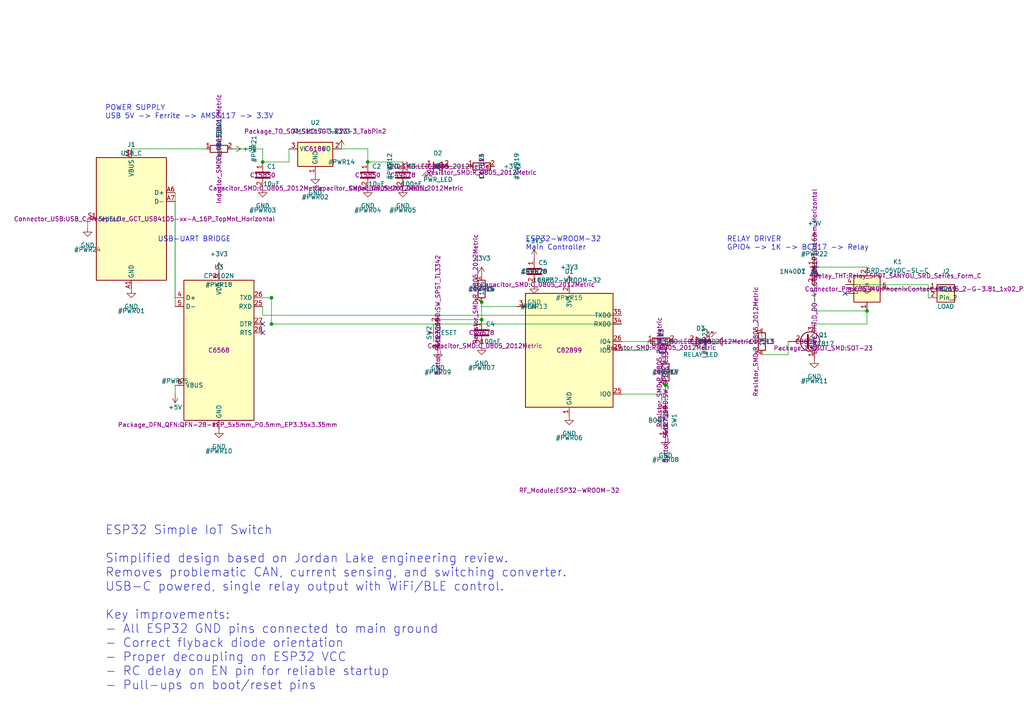
<source format=kicad_sch>
(kicad_sch (version 20250114) (generator "eeschema") (generator_version "9.0")
  (paper "A4")
  (title_block (title "ESP32 Simple IoT Switch") (date "2026-01-16") (rev "1.0") (company "Sarlls") (comment 1 "Simplified design addressing Jordan Lake review") (comment 2 "USB powered, relay control, WiFi/BLE enabled"))
  (lib_symbols
    (symbol "MCU_Module:ESP32-WROOM-32"
      (property "Reference" "U" (at 0 20.32 0))
      (property "Value" "ESP32-WROOM-32" (at 0 17.78 0))
      (symbol "ESP32-WROOM-32_0_1"
        (rectangle (start -12.7 16.51) (end 12.7 -16.51) (stroke (width 0.254)) (fill (type background)))
      )
      (symbol "ESP32-WROOM-32_1_1"
        (pin power_in line (at 0 -19.05 90) (length 2.54) (name "GND") (number "1"))
        (pin power_in line (at 0 19.05 270) (length 2.54) (name "3V3") (number "2"))
        (pin input line (at -15.24 12.7 0) (length 2.54) (name "EN") (number "3"))
        (pin bidirectional line (at 15.24 -12.7 180) (length 2.54) (name "IO0") (number "25"))
        (pin bidirectional line (at 15.24 10.16 180) (length 2.54) (name "TXD0") (number "35"))
        (pin bidirectional line (at 15.24 7.62 180) (length 2.54) (name "RXD0") (number "34"))
        (pin bidirectional line (at 15.24 2.54 180) (length 2.54) (name "IO4") (number "26"))
        (pin bidirectional line (at 15.24 0 180) (length 2.54) (name "IO5") (number "29"))
        (pin power_in line (at 0 -19.05 90) (length 2.54) hide (name "GND") (number "38"))
        (pin power_in line (at 0 -19.05 90) (length 2.54) hide (name "GND") (number "39"))
      )
    )
    (symbol "Regulator_Linear:AMS1117-3.3"
      (property "Reference" "U" (at -3.81 3.175 0))
      (property "Value" "AMS1117-3.3" (at 0 3.175 0))
      (symbol "AMS1117-3.3_0_1"
        (rectangle (start -5.08 1.905) (end 5.08 -5.08) (stroke (width 0.254)) (fill (type background)))
      )
      (symbol "AMS1117-3.3_1_1"
        (pin power_out line (at 0 -7.62 90) (length 2.54) (name "GND") (number "1"))
        (pin power_out line (at 7.62 0 180) (length 2.54) (name "VO") (number "2"))
        (pin power_in line (at -7.62 0 0) (length 2.54) (name "VI") (number "3"))
      )
    )
    (symbol "Interface_USB:CP2102N-A02-GQFN28"
      (property "Reference" "U" (at -10.16 21.59 0))
      (property "Value" "CP2102N-A02-GQFN28" (at 2.54 21.59 0))
      (symbol "CP2102N-A02-GQFN28_0_1"
        (rectangle (start -10.16 20.32) (end 10.16 -20.32) (stroke (width 0.254)) (fill (type background)))
      )
      (symbol "CP2102N-A02-GQFN28_1_1"
        (pin power_in line (at 0 22.86 270) (length 2.54) (name "VDD") (number "6"))
        (pin power_in line (at 0 -22.86 90) (length 2.54) (name "GND") (number "3"))
        (pin bidirectional line (at -12.7 15.24 0) (length 2.54) (name "D+") (number "4"))
        (pin bidirectional line (at -12.7 12.7 0) (length 2.54) (name "D-") (number "5"))
        (pin output line (at 12.7 15.24 180) (length 2.54) (name "TXD") (number "26"))
        (pin input line (at 12.7 12.7 180) (length 2.54) (name "RXD") (number "25"))
        (pin output line (at 12.7 7.62 180) (length 2.54) (name "DTR") (number "27"))
        (pin output line (at 12.7 5.08 180) (length 2.54) (name "RTS") (number "28"))
        (pin power_out line (at -12.7 -10.16 0) (length 2.54) (name "VBUS") (number "8"))
      )
    )
    (symbol "Transistor_BJT:BC817"
      (property "Reference" "Q" (at 5.08 1.905 0))
      (property "Value" "BC817" (at 5.08 0 0))
      (symbol "BC817_0_1"
        (polyline (pts (xy 0.635 0.635) (xy 2.54 2.54)))
        (polyline (pts (xy 0.635 -0.635) (xy 2.54 -2.54) (xy 2.54 -2.54)))
        (polyline (pts (xy 0.635 1.905) (xy 0.635 -1.905) (xy 0.635 -1.905)) (stroke (width 0.508)))
        (polyline (pts (xy 1.27 -1.778) (xy 1.778 -1.27) (xy 2.286 -2.286) (xy 1.27 -1.778) (xy 1.27 -1.778)) (fill (type outline)))
        (circle (center 1.27 0) (radius 2.8194) (stroke (width 0.254)))
      )
      (symbol "BC817_1_1"
        (pin passive line (at 2.54 -5.08 90) (length 2.54) (name "E") (number "1"))
        (pin input line (at -5.08 0 0) (length 5.715) (name "B") (number "2"))
        (pin passive line (at 2.54 5.08 270) (length 2.54) (name "C") (number "3"))
      )
    )
    (symbol "Relay:SANYOU_SRD_Form_C"
      (property "Reference" "K" (at 8.89 8.89 0))
      (property "Value" "SRD-05VDC-SL-C" (at 8.89 6.35 0))
      (symbol "SANYOU_SRD_Form_C_0_0"
        (rectangle (start -3.81 3.81) (end 3.81 -3.81) (stroke (width 0.254)) (fill (type background)))
        (polyline (pts (xy -3.81 -1.27) (xy -2.794 -1.27)))
        (polyline (pts (xy -3.81 1.27) (xy -2.794 1.27)))
        (polyline (pts (xy -2.794 -1.27) (xy -2.032 1.27)))
        (polyline (pts (xy -0.508 1.524) (xy 0.508 1.524)))
        (polyline (pts (xy 0 0.762) (xy 0 1.524)))
        (rectangle (start -1.016 0.762) (end 1.016 -0.762))
        (arc (start -0.508 -0.762) (mid 0 -1.27) (end 0.508 -0.762))
      )
      (symbol "SANYOU_SRD_Form_C_1_1"
        (pin passive line (at 0 -6.35 90) (length 2.54) (name "~") (number "1"))
        (pin passive line (at 0 6.35 270) (length 2.54) (name "~") (number "2"))
        (pin passive line (at -6.35 -1.27 0) (length 2.54) (name "~") (number "3"))
        (pin passive line (at -6.35 1.27 0) (length 2.54) (name "~") (number "4"))
        (pin passive line (at 6.35 0 180) (length 2.54) (name "~") (number "5"))
      )
    )
    (symbol "Diode:1N4007"
      (property "Reference" "D" (at 0 2.54 0))
      (property "Value" "1N4007" (at 0 -2.54 0))
      (symbol "1N4007_0_1"
        (polyline (pts (xy 1.27 0) (xy -1.27 0)))
        (polyline (pts (xy 1.27 1.27) (xy 1.27 -1.27) (xy -1.27 0) (xy 1.27 1.27)) (stroke (width 0.254)))
        (polyline (pts (xy -1.27 1.27) (xy -1.27 -1.27)) (stroke (width 0.254)))
      )
      (symbol "1N4007_1_1"
        (pin passive line (at -3.81 0 0) (length 2.54) (name "K") (number "1"))
        (pin passive line (at 3.81 0 180) (length 2.54) (name "A") (number "2"))
      )
    )
    (symbol "Device:C"
      (property "Reference" "C" (at 0.635 2.54 0))
      (property "Value" "C" (at 0.635 -2.54 0))
      (symbol "C_0_1"
        (polyline (pts (xy -2.032 -0.762) (xy 2.032 -0.762)) (stroke (width 0.508)))
        (polyline (pts (xy -2.032 0.762) (xy 2.032 0.762)) (stroke (width 0.508)))
      )
      (symbol "C_1_1"
        (pin passive line (at 0 3.81 270) (length 2.794) (name "~") (number "1"))
        (pin passive line (at 0 -3.81 90) (length 2.794) (name "~") (number "2"))
      )
    )
    (symbol "Device:R"
      (property "Reference" "R" (at 2.032 0 90))
      (property "Value" "R" (at 0 0 90))
      (symbol "R_0_1"
        (rectangle (start -1.016 -2.54) (end 1.016 2.54) (stroke (width 0.254)))
      )
      (symbol "R_1_1"
        (pin passive line (at 0 3.81 270) (length 1.27) (name "~") (number "1"))
        (pin passive line (at 0 -3.81 90) (length 1.27) (name "~") (number "2"))
      )
    )
    (symbol "Device:LED"
      (property "Reference" "D" (at 0 2.54 0))
      (property "Value" "LED" (at 0 -2.54 0))
      (symbol "LED_0_1"
        (polyline (pts (xy -1.27 -1.27) (xy -1.27 1.27)) (stroke (width 0.254)))
        (polyline (pts (xy -1.27 0) (xy 1.27 0)))
        (polyline (pts (xy 1.27 -1.27) (xy 1.27 1.27) (xy -1.27 0) (xy 1.27 -1.27)) (stroke (width 0.254)))
        (polyline (pts (xy -3.048 -1.27) (xy -4.572 -2.794)))
        (polyline (pts (xy -1.778 -1.27) (xy -3.302 -2.794)))
        (polyline (pts (xy -3.048 -2.794) (xy -3.556 -2.286) (xy -3.81 -2.794) (xy -3.048 -2.794)))
        (polyline (pts (xy -1.778 -2.794) (xy -2.286 -2.286) (xy -2.54 -2.794) (xy -1.778 -2.794)))
      )
      (symbol "LED_1_1"
        (pin passive line (at -3.81 0 0) (length 2.54) (name "K") (number "1"))
        (pin passive line (at 3.81 0 180) (length 2.54) (name "A") (number "2"))
      )
    )
    (symbol "Switch:SW_Push"
      (property "Reference" "SW" (at 1.27 6.35 0))
      (property "Value" "SW_Push" (at 0 -1.524 0))
      (symbol "SW_Push_0_1"
        (circle (center -2.032 0) (radius 0.508))
        (polyline (pts (xy 0 1.27) (xy 0 3.048)))
        (polyline (pts (xy -2.54 1.27) (xy 2.54 1.27)))
        (circle (center 2.032 0) (radius 0.508))
      )
      (symbol "SW_Push_1_1"
        (pin passive line (at -5.08 0 0) (length 2.54) (name "1") (number "1"))
        (pin passive line (at 5.08 0 180) (length 2.54) (name "2") (number "2"))
      )
    )
    (symbol "Connector:USB_C_Receptacle_USB2.0"
      (property "Reference" "J" (at -10.16 19.05 0))
      (property "Value" "USB_C_Receptacle" (at 10.16 19.05 0))
      (symbol "USB_C_Receptacle_USB2.0_0_0"
        (rectangle (start -10.16 17.78) (end 10.16 -17.78) (stroke (width 0.254)) (fill (type background)))
      )
      (symbol "USB_C_Receptacle_USB2.0_1_1"
        (pin power_out line (at 0 20.32 270) (length 2.54) (name "VBUS") (number "A4"))
        (pin bidirectional line (at 12.7 7.62 180) (length 2.54) (name "D+") (number "A6"))
        (pin bidirectional line (at 12.7 5.08 180) (length 2.54) (name "D-") (number "A7"))
        (pin power_in line (at 0 -20.32 90) (length 2.54) (name "GND") (number "A1"))
        (pin passive line (at -12.7 0 0) (length 2.54) (name "SHIELD") (number "S1"))
      )
    )
    (symbol "Connector_Generic:Conn_01x02"
      (property "Reference" "J" (at 0 2.54 0))
      (property "Value" "Conn_01x02" (at 0 -5.08 0))
      (symbol "Conn_01x02_1_1"
        (rectangle (start -2.54 1.27) (end 2.54 -3.81) (stroke (width 0.254)) (fill (type background)))
        (pin passive line (at -5.08 0 0) (length 2.54) (name "Pin_1") (number "1"))
        (pin passive line (at -5.08 -2.54 0) (length 2.54) (name "Pin_2") (number "2"))
      )
    )
    (symbol "Device:Ferrite_Bead"
      (property "Reference" "FB" (at -1.016 0 90))
      (property "Value" "Ferrite_Bead" (at 1.778 0 90))
      (symbol "Ferrite_Bead_0_1"
        (rectangle (start -1.016 2.54) (end 1.016 -2.54) (stroke (width 0.254)))
        (polyline (pts (xy -2.286 0.254) (xy 2.286 0.254)))
        (polyline (pts (xy -2.286 -0.254) (xy 2.286 -0.254)))
      )
      (symbol "Ferrite_Bead_1_1"
        (pin passive line (at 0 3.81 270) (length 1.27) (name "~") (number "1"))
        (pin passive line (at 0 -3.81 90) (length 1.27) (name "~") (number "2"))
      )
    )
    (symbol "power:GND" (power) (pin_names (offset 0))
      (property "Value" "GND" (at 0 -3.81 0))
      (symbol "GND_0_1"
        (polyline (pts (xy 0 0) (xy 0 -1.27) (xy 1.27 -1.27) (xy 0 -2.54) (xy -1.27 -1.27) (xy 0 -1.27)))
      )
      (symbol "GND_1_1"
        (pin power_in line (at 0 0 270) (length 0) hide (name "GND") (number "1"))
      )
    )
    (symbol "power:+3V3" (power) (pin_names (offset 0))
      (property "Value" "+3V3" (at 0 3.81 0))
      (symbol "+3V3_0_1"
        (polyline (pts (xy -0.762 1.27) (xy 0 2.54)))
        (polyline (pts (xy 0 0) (xy 0 2.54)))
        (polyline (pts (xy 0 2.54) (xy 0.762 1.27)))
      )
      (symbol "+3V3_1_1"
        (pin power_in line (at 0 0 90) (length 0) hide (name "+3V3") (number "1"))
      )
    )
    (symbol "power:+5V" (power) (pin_names (offset 0))
      (property "Value" "+5V" (at 0 3.81 0))
      (symbol "+5V_0_1"
        (polyline (pts (xy -0.762 1.27) (xy 0 2.54)))
        (polyline (pts (xy 0 0) (xy 0 2.54)))
        (polyline (pts (xy 0 2.54) (xy 0.762 1.27)))
      )
      (symbol "+5V_1_1"
        (pin power_in line (at 0 0 90) (length 0) hide (name "+5V") (number "1"))
      )
    )
  )
  (symbol (lib_id "Connector:USB_C_Receptacle_USB2.0") (at 38.1 63.5 0) (unit 1)
    (property "Reference" "J1" (at 38.1 41.91 0))
    (property "Value" "USB_C" (at 38.1 44.45 0))
    (property "Footprint" "Connector_USB:USB_C_Receptacle_GCT_USB4105-xx-A_16P_TopMnt_Horizontal" (at 41.91 63.5 0))
  )
  (symbol (lib_id "Device:Ferrite_Bead") (at 63.5 43.18 90) (unit 1)
    (property "Reference" "FB1" (at 63.5 38.1 0))
    (property "Value" "Ferrite_Bead" (at 63.5 40.64 0))
    (property "Footprint" "Inductor_SMD:L_0805_2012Metric" (at 63.5 43.18 0))
  )
  (symbol (lib_id "Device:C") (at 76.2 50.8 0) (unit 1)
    (property "Reference" "C1" (at 78.74 48.26 0))
    (property "Value" "10uF" (at 78.74 53.34 0))
    (property "Footprint" "Capacitor_SMD:C_0805_2012Metric" (at 77.1652 54.61 0))
    (property "LCSC" "C15850" (at 76.2 50.8 0))
  )
  (symbol (lib_id "Regulator_Linear:AMS1117-3.3") (at 91.44 43.18 0) (unit 1)
    (property "Reference" "U2" (at 91.44 35.56 0))
    (property "Value" "AMS1117-3.3" (at 91.44 38.1 0))
    (property "Footprint" "Package_TO_SOT_SMD:SOT-223-3_TabPin2" (at 91.44 38.1 0))
    (property "LCSC" "C6186" (at 91.44 43.18 0))
  )
  (symbol (lib_id "Device:C") (at 106.68 50.8 0) (unit 1)
    (property "Reference" "C2" (at 109.22 48.26 0))
    (property "Value" "10uF" (at 109.22 53.34 0))
    (property "Footprint" "Capacitor_SMD:C_0805_2012Metric" (at 107.6452 54.61 0))
    (property "LCSC" "C15850" (at 106.68 50.8 0))
  )
  (symbol (lib_id "Device:C") (at 116.84 50.8 0) (unit 1)
    (property "Reference" "C3" (at 119.38 48.26 0))
    (property "Value" "100nF" (at 119.38 53.34 0))
    (property "Footprint" "Capacitor_SMD:C_0805_2012Metric" (at 117.8052 54.61 0))
    (property "LCSC" "C49678" (at 116.84 50.8 0))
  )
  (symbol (lib_id "MCU_Module:ESP32-WROOM-32") (at 165.1 101.6 0) (unit 1)
    (property "Reference" "U1" (at 165.1 78.74 0))
    (property "Value" "ESP32-WROOM-32" (at 165.1 81.28 0))
    (property "Footprint" "RF_Module:ESP32-WROOM-32" (at 165.1 142.24 0))
    (property "LCSC" "C82899" (at 165.1 101.6 0))
  )
  (symbol (lib_id "Device:R") (at 139.7 83.82 0) (unit 1)
    (property "Reference" "R1" (at 141.732 83.82 0))
    (property "Value" "10K" (at 139.7 83.82 90))
    (property "Footprint" "Resistor_SMD:R_0805_2012Metric" (at 137.922 83.82 90))
    (property "LCSC" "C17414" (at 139.7 83.82 0))
  )
  (symbol (lib_id "Device:C") (at 139.7 96.52 0) (unit 1)
    (property "Reference" "C4" (at 142.24 93.98 0))
    (property "Value" "100nF" (at 142.24 99.06 0))
    (property "Footprint" "Capacitor_SMD:C_0805_2012Metric" (at 140.6652 100.33 0))
    (property "LCSC" "C49678" (at 139.7 96.52 0))
  )
  (symbol (lib_id "Device:R") (at 193.04 107.95 0) (unit 1)
    (property "Reference" "R2" (at 195.072 107.95 0))
    (property "Value" "10K" (at 193.04 107.95 90))
    (property "Footprint" "Resistor_SMD:R_0805_2012Metric" (at 191.262 107.95 90))
    (property "LCSC" "C17414" (at 193.04 107.95 0))
  )
  (symbol (lib_id "Switch:SW_Push") (at 193.04 121.92 90) (unit 1)
    (property "Reference" "SW1" (at 195.58 121.92 0))
    (property "Value" "BOOT" (at 190.5 121.92 90))
    (property "Footprint" "Button_Switch_SMD:SW_SPST_TL3342" (at 193.04 116.84 0))
    (property "LCSC" "C127509" (at 193.04 121.92 0))
  )
  (symbol (lib_id "Switch:SW_Push") (at 127 96.52 90) (unit 1)
    (property "Reference" "SW2" (at 124.46 96.52 0))
    (property "Value" "RESET" (at 129.54 96.52 90))
    (property "Footprint" "Button_Switch_SMD:SW_SPST_TL3342" (at 127 91.44 0))
    (property "LCSC" "C127509" (at 127 96.52 0))
  )
  (symbol (lib_id "Device:C") (at 154.94 78.74 0) (unit 1)
    (property "Reference" "C5" (at 157.48 76.2 0))
    (property "Value" "100nF" (at 157.48 81.28 0))
    (property "Footprint" "Capacitor_SMD:C_0805_2012Metric" (at 155.9052 82.55 0))
    (property "LCSC" "C49678" (at 154.94 78.74 0))
  )
  (symbol (lib_id "Interface_USB:CP2102N-A02-GQFN28") (at 63.5 101.6 0) (unit 1)
    (property "Reference" "U3" (at 63.5 77.47 0))
    (property "Value" "CP2102N" (at 63.5 80.01 0))
    (property "Footprint" "Package_DFN_QFN:QFN-28-1EP_5x5mm_P0.5mm_EP3.35x3.35mm" (at 66.04 123.19 0))
    (property "LCSC" "C6568" (at 63.5 101.6 0))
  )
  (symbol (lib_id "Device:R") (at 220.98 99.06 0) (unit 1)
    (property "Reference" "R3" (at 223.012 99.06 0))
    (property "Value" "1K" (at 220.98 99.06 90))
    (property "Footprint" "Resistor_SMD:R_0805_2012Metric" (at 219.202 99.06 90))
    (property "LCSC" "C17513" (at 220.98 99.06 0))
  )
  (symbol (lib_id "Transistor_BJT:BC817") (at 233.68 99.06 0) (unit 1)
    (property "Reference" "Q1" (at 238.76 97.155 0))
    (property "Value" "BC817" (at 238.76 99.695 0))
    (property "Footprint" "Package_TO_SOT_SMD:SOT-23" (at 238.76 100.965 0))
    (property "LCSC" "C8664" (at 233.68 99.06 0))
  )
  (symbol (lib_id "Relay:SANYOU_SRD_Form_C") (at 251.46 83.82 0) (unit 1)
    (property "Reference" "K1" (at 260.35 75.93 0))
    (property "Value" "SRD-05VDC-SL-C" (at 260.35 78.47 0))
    (property "Footprint" "Relay_THT:Relay_SPDT_SANYOU_SRD_Series_Form_C" (at 260.35 80.01 0))
    (property "LCSC" "C35449" (at 251.46 83.82 0))
  )
  (symbol (lib_id "Diode:1N4007") (at 236.22 78.74 270) (unit 1)
    (property "Reference" "D1" (at 232.41 78.74 90))
    (property "Value" "1N4007" (at 229.87 78.74 90))
    (property "Footprint" "Diode_THT:D_DO-41_SOD81_P10.16mm_Horizontal" (at 236.22 78.74 0))
    (property "LCSC" "C727110" (at 236.22 78.74 0))
  )
  (symbol (lib_id "Connector_Generic:Conn_01x02") (at 274.32 83.82 0) (unit 1)
    (property "Reference" "J2" (at 274.32 78.74 0))
    (property "Value" "LOAD" (at 274.32 88.9 0))
    (property "Footprint" "Connector_Phoenix_MC:PhoenixContact_MC_1,5_2-G-3.81_1x02_P3.81mm_Horizontal" (at 274.32 83.82 0))
    (property "LCSC" "C8269" (at 274.32 83.82 0))
  )
  (symbol (lib_id "Device:LED") (at 127 48.26 0) (unit 1)
    (property "Reference" "D2" (at 127 44.45 0))
    (property "Value" "PWR_LED" (at 127 52.07 0))
    (property "Footprint" "LED_SMD:LED_0805_2012Metric" (at 127 48.26 0))
    (property "LCSC" "C2286" (at 127 48.26 0))
  )
  (symbol (lib_id "Device:R") (at 139.7 48.26 90) (unit 1)
    (property "Reference" "R4" (at 139.7 45.72 0))
    (property "Value" "1K" (at 139.7 50.8 0))
    (property "Footprint" "Resistor_SMD:R_0805_2012Metric" (at 139.7 50.038 90))
    (property "LCSC" "C17513" (at 139.7 48.26 0))
  )
  (symbol (lib_id "Device:LED") (at 203.2 99.06 180) (unit 1)
    (property "Reference" "D3" (at 203.2 95.25 0))
    (property "Value" "RELAY_LED" (at 203.2 102.87 0))
    (property "Footprint" "LED_SMD:LED_0805_2012Metric" (at 203.2 99.06 0))
    (property "LCSC" "C2286" (at 203.2 99.06 0))
  )
  (symbol (lib_id "power:GND") (at 38.1 83.82 0) (unit 1)
    (property "Reference" "#PWR01" (at 38.1 90.17 0))
    (property "Value" "GND" (at 38.1 88.9 0))
  )
  (symbol (lib_id "power:GND") (at 91.44 50.8 0) (unit 1)
    (property "Reference" "#PWR02" (at 91.44 57.15 0))
    (property "Value" "GND" (at 91.44 55.88 0))
  )
  (symbol (lib_id "power:GND") (at 76.2 54.61 0) (unit 1)
    (property "Reference" "#PWR03" (at 76.2 60.96 0))
    (property "Value" "GND" (at 76.2 59.69 0))
  )
  (symbol (lib_id "power:GND") (at 106.68 54.61 0) (unit 1)
    (property "Reference" "#PWR04" (at 106.68 60.96 0))
    (property "Value" "GND" (at 106.68 59.69 0))
  )
  (symbol (lib_id "power:GND") (at 116.84 54.61 0) (unit 1)
    (property "Reference" "#PWR05" (at 116.84 60.96 0))
    (property "Value" "GND" (at 116.84 59.69 0))
  )
  (symbol (lib_id "power:GND") (at 165.1 120.65 0) (unit 1)
    (property "Reference" "#PWR06" (at 165.1 127 0))
    (property "Value" "GND" (at 165.1 125.73 0))
  )
  (symbol (lib_id "power:GND") (at 139.7 100.33 0) (unit 1)
    (property "Reference" "#PWR07" (at 139.7 106.68 0))
    (property "Value" "GND" (at 139.7 105.41 0))
  )
  (symbol (lib_id "power:GND") (at 193.04 127 0) (unit 1)
    (property "Reference" "#PWR08" (at 193.04 133.35 0))
    (property "Value" "GND" (at 193.04 132.08 0))
  )
  (symbol (lib_id "power:GND") (at 127 101.6 0) (unit 1)
    (property "Reference" "#PWR09" (at 127 107.95 0))
    (property "Value" "GND" (at 127 106.68 0))
  )
  (symbol (lib_id "power:GND") (at 63.5 124.46 0) (unit 1)
    (property "Reference" "#PWR10" (at 63.5 130.81 0))
    (property "Value" "GND" (at 63.5 129.54 0))
  )
  (symbol (lib_id "power:GND") (at 236.22 104.14 0) (unit 1)
    (property "Reference" "#PWR11" (at 236.22 110.49 0))
    (property "Value" "GND" (at 236.22 109.22 0))
  )
  (symbol (lib_id "power:GND") (at 119.38 48.26 270) (unit 1)
    (property "Reference" "#PWR12" (at 113.03 48.26 0))
    (property "Value" "GND" (at 114.3 48.26 90))
  )
  (symbol (lib_id "power:GND") (at 154.94 82.55 0) (unit 1)
    (property "Reference" "#PWR13" (at 154.94 88.9 0))
    (property "Value" "GND" (at 154.94 87.63 0))
  )
  (symbol (lib_id "power:+3V3") (at 99.06 43.18 0) (unit 1)
    (property "Reference" "#PWR14" (at 99.06 46.99 0))
    (property "Value" "+3V3" (at 99.06 38.1 0))
  )
  (symbol (lib_id "power:+3V3") (at 165.1 82.55 0) (unit 1)
    (property "Reference" "#PWR15" (at 165.1 86.36 0))
    (property "Value" "+3V3" (at 165.1 77.47 0))
  )
  (symbol (lib_id "power:+3V3") (at 139.7 80.01 0) (unit 1)
    (property "Reference" "#PWR16" (at 139.7 83.82 0))
    (property "Value" "+3V3" (at 139.7 74.93 0))
  )
  (symbol (lib_id "power:+3V3") (at 193.04 104.14 0) (unit 1)
    (property "Reference" "#PWR17" (at 193.04 107.95 0))
    (property "Value" "+3V3" (at 193.04 99.06 0))
  )
  (symbol (lib_id "power:+3V3") (at 63.5 78.74 0) (unit 1)
    (property "Reference" "#PWR18" (at 63.5 82.55 0))
    (property "Value" "+3V3" (at 63.5 73.66 0))
  )
  (symbol (lib_id "power:+3V3") (at 143.51 48.26 90) (unit 1)
    (property "Reference" "#PWR19" (at 149.86 48.26 0))
    (property "Value" "+3V3" (at 148.59 48.26 90))
  )
  (symbol (lib_id "power:+3V3") (at 154.94 74.93 0) (unit 1)
    (property "Reference" "#PWR20" (at 154.94 78.74 0))
    (property "Value" "+3V3" (at 154.94 69.85 0))
  )
  (symbol (lib_id "power:+5V") (at 67.31 43.18 270) (unit 1)
    (property "Reference" "#PWR21" (at 73.66 43.18 0))
    (property "Value" "+5V" (at 72.39 43.18 90))
  )
  (symbol (lib_id "power:+5V") (at 236.22 69.85 0) (unit 1)
    (property "Reference" "#PWR22" (at 236.22 73.66 0))
    (property "Value" "+5V" (at 236.22 64.77 0))
  )
  (symbol (lib_id "Device:R") (at 191.77 99.06 90) (unit 1)
    (property "Reference" "R5" (at 191.77 96.52 0))
    (property "Value" "1K" (at 191.77 101.6 0))
    (property "Footprint" "Resistor_SMD:R_0805_2012Metric" (at 191.77 100.838 90))
    (property "LCSC" "C17513" (at 191.77 99.06 0))
  )
  (symbol (lib_id "power:GND") (at 210.82 99.06 270) (unit 1)
    (property "Reference" "#PWR23" (at 204.47 99.06 0))
    (property "Value" "GND" (at 205.74 99.06 90))
  )
  (symbol (lib_id "power:GND") (at 25.4 66.04 0) (unit 1)
    (property "Reference" "#PWR24" (at 25.4 72.39 0))
    (property "Value" "GND" (at 25.4 71.12 0))
  )
  (symbol (lib_id "power:+5V") (at 50.8 114.3 180) (unit 1)
    (property "Reference" "#PWR25" (at 50.8 110.49 0))
    (property "Value" "+5V" (at 50.8 118.11 0))
  )
  (text "ESP32 Simple IoT Switch\n\nSimplified design based on Jordan Lake engineering review.\nRemoves problematic CAN, current sensing, and switching converter.\nUSB-C powered, single relay output with WiFi/BLE control.\n\nKey improvements:\n- All ESP32 GND pins connected to main ground\n- Correct flyback diode orientation\n- Proper decoupling on ESP32 VCC\n- RC delay on EN pin for reliable startup\n- Pull-ups on boot/reset pins" (at 30.48 152.4 0) (effects (font (size 2.54 2.54)) (justify left top)))
  (text "POWER SUPPLY\nUSB 5V -> Ferrite -> AMS1117 -> 3.3V" (at 30.48 30.48 0) (effects (font (size 1.5 1.5)) (justify left top)))
  (text "USB-UART BRIDGE" (at 45.72 68.58 0) (effects (font (size 1.5 1.5)) (justify left top)))
  (text "ESP32-WROOM-32\nMain Controller" (at 152.4 68.58 0) (effects (font (size 1.5 1.5)) (justify left top)))
  (text "RELAY DRIVER\nGPIO4 -> 1K -> BC817 -> Relay" (at 210.82 68.58 0) (effects (font (size 1.5 1.5)) (justify left top)))
  (wire (pts (xy 38.1 43.18) (xy 59.69 43.18)))
  (wire (pts (xy 67.31 43.18) (xy 76.2 43.18)))
  (wire (pts (xy 76.2 43.18) (xy 76.2 46.99)))
  (wire (pts (xy 76.2 46.99) (xy 83.82 46.99)))
  (wire (pts (xy 83.82 46.99) (xy 83.82 43.18)))
  (wire (pts (xy 251.46 77.47) (xy 236.22 77.47)))
  (wire (pts (xy 236.22 77.47) (xy 236.22 74.93)))
  (wire (pts (xy 99.06 43.18) (xy 106.68 43.18)))
  (wire (pts (xy 106.68 43.18) (xy 106.68 46.99)))
  (wire (pts (xy 106.68 46.99) (xy 116.84 46.99)))
  (wire (pts (xy 149.86 88.9) (xy 139.7 88.9)))
  (wire (pts (xy 139.7 88.9) (xy 139.7 87.63)))
  (wire (pts (xy 139.7 87.63) (xy 139.7 92.71)))
  (wire (pts (xy 139.7 92.71) (xy 127.0 92.71)))
  (wire (pts (xy 127.0 92.71) (xy 127.0 91.44)))
  (wire (pts (xy 180.34 114.3) (xy 193.04 114.3)))
  (wire (pts (xy 193.04 114.3) (xy 193.04 111.76)))
  (wire (pts (xy 193.04 111.76) (xy 193.04 116.84)))
  (wire (pts (xy 180.34 99.06) (xy 220.98 99.06)))
  (wire (pts (xy 220.98 99.06) (xy 220.98 95.25)))
  (wire (pts (xy 180.34 101.6) (xy 187.96 101.6)))
  (wire (pts (xy 187.96 101.6) (xy 187.96 99.06)))
  (wire (pts (xy 180.34 91.44) (xy 76.2 91.44)))
  (wire (pts (xy 76.2 91.44) (xy 76.2 88.9)))
  (wire (pts (xy 180.34 93.98) (xy 78.74 93.98)))
  (wire (pts (xy 78.74 93.98) (xy 78.74 86.36)))
  (wire (pts (xy 78.74 86.36) (xy 76.2 86.36)))
  (wire (pts (xy 50.8 55.88) (xy 50.8 86.36)))
  (wire (pts (xy 50.8 58.42) (xy 50.8 88.9)))
  (wire (pts (xy 220.98 102.87) (xy 228.6 102.87)))
  (wire (pts (xy 228.6 102.87) (xy 228.6 99.06)))
  (wire (pts (xy 236.22 93.98) (xy 251.46 93.98)))
  (wire (pts (xy 251.46 93.98) (xy 251.46 90.17)))
  (wire (pts (xy 251.46 90.17) (xy 236.22 90.17)))
  (wire (pts (xy 236.22 90.17) (xy 236.22 82.55)))
  (wire (pts (xy 257.81 83.82) (xy 269.24 83.82)))
  (wire (pts (xy 245.11 82.55) (xy 269.24 82.55)))
  (wire (pts (xy 269.24 82.55) (xy 269.24 86.36)))
  (wire (pts (xy 135.89 48.26) (xy 130.81 48.26)))
  (wire (pts (xy 195.58 99.06) (xy 199.39 99.06)))
  (wire (pts (xy 119.38 48.26) (xy 123.19 48.26)))
  (wire (pts (xy 210.82 99.06) (xy 207.01 99.06)))
  (wire (pts (xy 25.4 66.04) (xy 25.4 63.5)))
  (wire (pts (xy 236.22 69.85) (xy 236.22 74.93)))
  (wire (pts (xy 50.8 114.3) (xy 50.8 111.76)))
  (junction (at 76.2 46.99))
  (junction (at 106.68 46.99))
  (junction (at 139.7 87.63))
  (junction (at 139.7 92.71))
  (junction (at 193.04 111.76))
  (junction (at 78.74 93.98))
  (junction (at 78.74 86.36))
  (junction (at 251.46 90.17))
  (no_connect (at 76.2 93.98))
  (no_connect (at 76.2 96.52))
  (no_connect (at 245.11 85.09))
)
</source>
